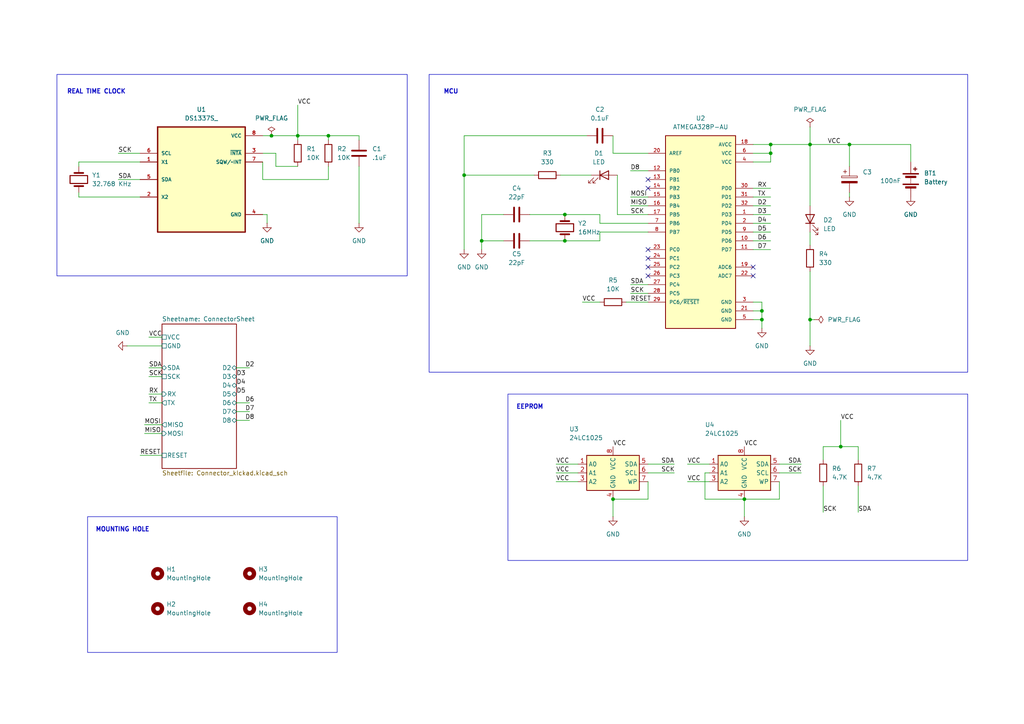
<source format=kicad_sch>
(kicad_sch (version 20231120) (generator "eeschema") (generator_version "8.0")
  (paper "A4")
  (title_block (title "${project_name}") (date "2024-09-24") (company "Nlogoz"))
  (lib_symbols
    (symbol "ATMEGA328P-AU:ATMEGA328P-AU" (pin_names (offset 1.016))
      (property "Reference" "U2" (at 0 33.02 0))
      (property "Value" "ATMEGA328P-AU" (at 0 30.48 0))
      (symbol "ATMEGA328P-AU_0_0"
        (rectangle (start -10.16 -27.94) (end 10.16 27.94) (stroke (width 0.254)) (fill (type background)))
        (pin bidirectional line (at 15.24 5.08 180) (length 5.08) (name "PD3") (number "1"))
        (pin bidirectional line (at 15.24 -2.54 180) (length 5.08) (name "PD6") (number "10"))
        (pin bidirectional line (at 15.24 -5.08 180) (length 5.08) (name "PD7") (number "11"))
        (pin bidirectional line (at -15.24 17.78 0) (length 5.08) (name "PB0") (number "12"))
        (pin bidirectional line (at -15.24 15.24 0) (length 5.08) (name "PB1") (number "13"))
        (pin bidirectional line (at -15.24 12.7 0) (length 5.08) (name "PB2") (number "14"))
        (pin bidirectional line (at -15.24 10.16 0) (length 5.08) (name "PB3") (number "15"))
        (pin bidirectional line (at -15.24 7.62 0) (length 5.08) (name "PB4") (number "16"))
        (pin bidirectional line (at -15.24 5.08 0) (length 5.08) (name "PB5") (number "17"))
        (pin power_in line (at 15.24 25.4 180) (length 5.08) (name "AVCC") (number "18"))
        (pin bidirectional line (at 15.24 -10.16 180) (length 5.08) (name "ADC6") (number "19"))
        (pin bidirectional line (at 15.24 2.54 180) (length 5.08) (name "PD4") (number "2"))
        (pin input line (at -15.24 22.86 0) (length 5.08) (name "AREF") (number "20"))
        (pin power_in line (at 15.24 -22.86 180) (length 5.08) (name "GND") (number "21"))
        (pin bidirectional line (at 15.24 -12.7 180) (length 5.08) (name "ADC7") (number "22"))
        (pin bidirectional line (at -15.24 -5.08 0) (length 5.08) (name "PC0") (number "23"))
        (pin bidirectional line (at -15.24 -7.62 0) (length 5.08) (name "PC1") (number "24"))
        (pin bidirectional line (at -15.24 -10.16 0) (length 5.08) (name "PC2") (number "25"))
        (pin bidirectional line (at -15.24 -12.7 0) (length 5.08) (name "PC3") (number "26"))
        (pin bidirectional line (at -15.24 -15.24 0) (length 5.08) (name "PC4") (number "27"))
        (pin bidirectional line (at -15.24 -17.78 0) (length 5.08) (name "PC5") (number "28"))
        (pin bidirectional line (at -15.24 -20.32 0) (length 5.08) (name "PC6/~{RESET}") (number "29"))
        (pin power_in line (at 15.24 -20.32 180) (length 5.08) (name "GND") (number "3"))
        (pin bidirectional line (at 15.24 12.7 180) (length 5.08) (name "PD0") (number "30"))
        (pin bidirectional line (at 15.24 10.16 180) (length 5.08) (name "PD1") (number "31"))
        (pin bidirectional line (at 15.24 7.62 180) (length 5.08) (name "PD2") (number "32"))
        (pin power_in line (at 15.24 20.32 180) (length 5.08) (name "VCC") (number "4"))
        (pin power_in line (at 15.24 -25.4 180) (length 5.08) (name "GND") (number "5"))
        (pin power_in line (at 15.24 22.86 180) (length 5.08) (name "VCC") (number "6"))
        (pin bidirectional line (at -15.24 2.54 0) (length 5.08) (name "PB6") (number "7"))
        (pin bidirectional line (at -15.24 0 0) (length 5.08) (name "PB7") (number "8"))
        (pin bidirectional line (at 15.24 0 180) (length 5.08) (name "PD5") (number "9"))
      )
    )
    (symbol "DS1337S_:DS1337S_" (pin_names (offset 1.016))
      (property "Reference" "U" (at -12.7 16.24 0))
      (property "Value" "DS1337S_" (at -12.7 -19.24 0))
      (symbol "DS1337S__0_0"
        (rectangle (start -12.7 -15.24) (end 12.7 15.24) (stroke (width 0.41)) (fill (type background)))
        (pin input line (at -17.78 5.08 0) (length 5.08) (name "X1") (number "1"))
        (pin bidirectional line (at -17.78 -5.08 0) (length 5.08) (name "X2") (number "2"))
        (pin output line (at 17.78 7.62 180) (length 5.08) (name "~{INTA}") (number "3"))
        (pin power_in line (at 17.78 -10.16 180) (length 5.08) (name "GND") (number "4"))
        (pin bidirectional line (at -17.78 0 0) (length 5.08) (name "SDA") (number "5"))
        (pin input line (at -17.78 7.62 0) (length 5.08) (name "SCL") (number "6"))
        (pin output line (at 17.78 5.08 180) (length 5.08) (name "SQW/~INT") (number "7"))
        (pin power_in line (at 17.78 12.7 180) (length 5.08) (name "VCC") (number "8"))
      )
    )
    (symbol "Device:Battery" (pin_numbers hide) (pin_names (offset 0) hide)
      (property "Reference" "BT" (at 2.54 2.54 0))
      (property "Value" "Battery" (at 2.54 0 0))
      (symbol "Battery_0_1"
        (rectangle (start -2.286 -1.27) (end 2.286 -1.524) (fill (type outline)))
        (rectangle (start -2.286 1.778) (end 2.286 1.524) (fill (type outline)))
        (rectangle (start -1.524 -2.032) (end 1.524 -2.54) (fill (type outline)))
        (rectangle (start -1.524 1.016) (end 1.524 0.508) (fill (type outline)))
        (polyline (pts (xy 0 -1.016) (xy 0 -0.762)))
        (polyline (pts (xy 0 -0.508) (xy 0 -0.254)))
        (polyline (pts (xy 0 0) (xy 0 0.254)))
        (polyline (pts (xy 0 1.778) (xy 0 2.54)))
        (polyline (pts (xy 0.762 3.048) (xy 1.778 3.048)) (stroke (width 0.254)))
        (polyline (pts (xy 1.27 3.556) (xy 1.27 2.54)) (stroke (width 0.254)))
      )
      (symbol "Battery_1_1"
        (pin passive line (at 0 5.08 270) (length 2.54) (name "+") (number "1"))
        (pin passive line (at 0 -5.08 90) (length 2.54) (name "-") (number "2"))
      )
    )
    (symbol "Device:C" (pin_numbers hide) (pin_names (offset 0.254))
      (property "Reference" "C" (at 0.635 2.54 0))
      (property "Value" "C" (at 0.635 -2.54 0))
      (symbol "C_0_1"
        (polyline (pts (xy -2.032 -0.762) (xy 2.032 -0.762)) (stroke (width 0.508)))
        (polyline (pts (xy -2.032 0.762) (xy 2.032 0.762)) (stroke (width 0.508)))
      )
      (symbol "C_1_1"
        (pin passive line (at 0 3.81 270) (length 2.794) (name "~") (number "1"))
        (pin passive line (at 0 -3.81 90) (length 2.794) (name "~") (number "2"))
      )
    )
    (symbol "Device:C_Polarized" (pin_numbers hide) (pin_names (offset 0.254))
      (property "Reference" "C" (at 0.635 2.54 0))
      (property "Value" "C_Polarized" (at 0.635 -2.54 0))
      (symbol "C_Polarized_0_1"
        (rectangle (start -2.286 0.508) (end 2.286 1.016))
        (polyline (pts (xy -1.778 2.286) (xy -0.762 2.286)))
        (polyline (pts (xy -1.27 2.794) (xy -1.27 1.778)))
        (rectangle (start 2.286 -0.508) (end -2.286 -1.016) (fill (type outline)))
      )
      (symbol "C_Polarized_1_1"
        (pin passive line (at 0 3.81 270) (length 2.794) (name "~") (number "1"))
        (pin passive line (at 0 -3.81 90) (length 2.794) (name "~") (number "2"))
      )
    )
    (symbol "Device:Crystal" (pin_numbers hide) (pin_names (offset 1.016) hide)
      (property "Reference" "Y" (at 0 3.81 0))
      (property "Value" "Crystal" (at 0 -3.81 0))
      (symbol "Crystal_0_1"
        (rectangle (start -1.143 2.54) (end 1.143 -2.54) (stroke (width 0.3048)))
        (polyline (pts (xy -2.54 0) (xy -1.905 0)))
        (polyline (pts (xy -1.905 -1.27) (xy -1.905 1.27)) (stroke (width 0.508)))
        (polyline (pts (xy 1.905 -1.27) (xy 1.905 1.27)) (stroke (width 0.508)))
        (polyline (pts (xy 2.54 0) (xy 1.905 0)))
      )
      (symbol "Crystal_1_1"
        (pin passive line (at -3.81 0 0) (length 1.27) (name "1") (number "1"))
        (pin passive line (at 3.81 0 180) (length 1.27) (name "2") (number "2"))
      )
    )
    (symbol "Device:R" (pin_numbers hide) (pin_names (offset 0))
      (property "Reference" "R" (at 2.032 0 90))
      (property "Value" "R" (at 0 0 90))
      (symbol "R_0_1"
        (rectangle (start -1.016 -2.54) (end 1.016 2.54) (stroke (width 0.254)))
      )
      (symbol "R_1_1"
        (pin passive line (at 0 3.81 270) (length 1.27) (name "~") (number "1"))
        (pin passive line (at 0 -3.81 90) (length 1.27) (name "~") (number "2"))
      )
    )
    (symbol "Mechanical:MountingHole" (pin_names (offset 1.016)) (exclude_from_sim yes) (in_bom no)
      (property "Reference" "H" (at 0 5.08 0))
      (property "Value" "MountingHole" (at 0 3.175 0))
      (symbol "MountingHole_0_1"
        (circle (center 0 0) (radius 1.27) (stroke (width 1.27)))
      )
    )
    (symbol "Memory_EEPROM:24LC1025"
      (property "Reference" "U" (at -6.35 6.35 0))
      (property "Value" "24LC1025" (at 1.27 6.35 0))
      (symbol "24LC1025_1_1"
        (rectangle (start -7.62 5.08) (end 7.62 -5.08) (stroke (width 0.254)) (fill (type background)))
        (pin input line (at -10.16 2.54 0) (length 2.54) (name "A0") (number "1"))
        (pin input line (at -10.16 0 0) (length 2.54) (name "A1") (number "2"))
        (pin input line (at -10.16 -2.54 0) (length 2.54) (name "A2") (number "3"))
        (pin power_in line (at 0 -7.62 90) (length 2.54) (name "GND") (number "4"))
        (pin bidirectional line (at 10.16 2.54 180) (length 2.54) (name "SDA") (number "5"))
        (pin input line (at 10.16 0 180) (length 2.54) (name "SCL") (number "6"))
        (pin input line (at 10.16 -2.54 180) (length 2.54) (name "WP") (number "7"))
        (pin power_in line (at 0 7.62 270) (length 2.54) (name "VCC") (number "8"))
      )
    )
    (symbol "SparkFun-LED:LED" (pin_numbers hide) (pin_names (offset 1.016) hide)
      (property "Reference" "D" (at 0 2.54 0))
      (property "Value" "LED" (at 0 -2.54 0))
      (symbol "LED_0_1"
        (polyline (pts (xy -1.27 -1.27) (xy -1.27 1.27)) (stroke (width 0.254)))
        (polyline (pts (xy -1.27 0) (xy 1.27 0)))
        (polyline (pts (xy 1.27 -1.27) (xy 1.27 1.27) (xy -1.27 0) (xy 1.27 -1.27)) (stroke (width 0.254)))
        (polyline (pts (xy -3.048 -0.762) (xy -4.572 -2.286) (xy -3.81 -2.286) (xy -4.572 -2.286) (xy -4.572 -1.524)))
        (polyline (pts (xy -1.778 -0.762) (xy -3.302 -2.286) (xy -2.54 -2.286) (xy -3.302 -2.286) (xy -3.302 -1.524)))
      )
      (symbol "LED_1_1"
        (pin passive line (at -3.81 0 0) (length 2.54) (name "K") (number "1"))
        (pin passive line (at 3.81 0 180) (length 2.54) (name "A") (number "2"))
      )
    )
    (symbol "power:GND" (power) (pin_numbers hide) (pin_names (offset 0) hide)
      (property "Value" "GND" (at 0 -3.81 0))
      (symbol "GND_0_1"
        (polyline (pts (xy 0 0) (xy 0 -1.27) (xy 1.27 -1.27) (xy 0 -2.54) (xy -1.27 -1.27) (xy 0 -1.27)))
      )
      (symbol "GND_1_1"
        (pin power_in line (at 0 0 270) (length 0) (name "~") (number "1"))
      )
    )
    (symbol "power:PWR_FLAG" (power) (pin_numbers hide) (pin_names (offset 0) hide)
      (property "Value" "PWR_FLAG" (at 0 3.81 0))
      (symbol "PWR_FLAG_0_0"
        (pin power_out line (at 0 0 90) (length 0) (name "~") (number "1"))
      )
      (symbol "PWR_FLAG_0_1"
        (polyline (pts (xy 0 0) (xy 0 1.27) (xy -1.016 1.905) (xy 0 2.54) (xy 1.016 1.905) (xy 0 1.27)))
      )
    )
  )
  (junction (at 223.52 44.45))
  (junction (at 243.84 129.54))
  (junction (at 223.52 41.91))
  (junction (at 215.9 144.78))
  (junction (at 139.7 69.85))
  (junction (at 246.38 41.91))
  (junction (at 163.83 62.23))
  (junction (at 95.25 39.37))
  (junction (at 163.83 69.85))
  (junction (at 234.95 41.91))
  (junction (at 234.95 92.71))
  (junction (at 78.74 39.37))
  (junction (at 86.36 39.37))
  (junction (at 220.98 90.17))
  (junction (at 220.98 92.71))
  (junction (at 134.62 50.8))
  (junction (at 177.8 144.78))
  (no_connect (at 187.96 52.07))
  (no_connect (at 187.96 80.01))
  (no_connect (at 218.44 80.01))
  (no_connect (at 187.96 72.39))
  (no_connect (at 187.96 77.47))
  (no_connect (at 218.44 77.47))
  (no_connect (at 187.96 74.93))
  (no_connect (at 187.96 54.61))
  (wire (pts (xy 154.94 50.8) (xy 134.62 50.8)))
  (wire (pts (xy 162.56 50.8) (xy 171.45 50.8)))
  (wire (pts (xy 182.88 59.69) (xy 187.96 59.69)))
  (wire (pts (xy 161.29 139.7) (xy 167.64 139.7)))
  (wire (pts (xy 187.96 144.78) (xy 177.8 144.78)))
  (wire (pts (xy 218.44 41.91) (xy 223.52 41.91)))
  (wire (pts (xy 86.36 39.37) (xy 86.36 40.64)))
  (wire (pts (xy 243.84 121.92) (xy 243.84 129.54)))
  (wire (pts (xy 95.25 39.37) (xy 104.14 39.37)))
  (wire (pts (xy 218.44 64.77) (xy 223.52 64.77)))
  (wire (pts (xy 205.74 137.16) (xy 204.47 137.16)))
  (wire (pts (xy 182.88 82.55) (xy 187.96 82.55)))
  (wire (pts (xy 204.47 144.78) (xy 215.9 144.78)))
  (wire (pts (xy 76.2 39.37) (xy 78.74 39.37)))
  (wire (pts (xy 86.36 39.37) (xy 95.25 39.37)))
  (wire (pts (xy 78.74 39.37) (xy 86.36 39.37)))
  (wire (pts (xy 41.91 125.73) (xy 46.99 125.73)))
  (wire (pts (xy 22.86 46.99) (xy 40.64 46.99)))
  (wire (pts (xy 226.06 134.62) (xy 232.41 134.62)))
  (wire (pts (xy 95.25 52.07) (xy 95.25 48.26)))
  (wire (pts (xy 134.62 39.37) (xy 134.62 50.8)))
  (wire (pts (xy 187.96 44.45) (xy 177.8 44.45)))
  (wire (pts (xy 146.05 69.85) (xy 139.7 69.85)))
  (wire (pts (xy 218.44 57.15) (xy 223.52 57.15)))
  (wire (pts (xy 134.62 50.8) (xy 134.62 72.39)))
  (wire (pts (xy 76.2 46.99) (xy 76.2 52.07)))
  (wire (pts (xy 234.95 36.83) (xy 234.95 41.91)))
  (wire (pts (xy 22.86 57.15) (xy 40.64 57.15)))
  (wire (pts (xy 22.86 57.15) (xy 22.86 55.88)))
  (wire (pts (xy 22.86 46.99) (xy 22.86 48.26)))
  (wire (pts (xy 218.44 59.69) (xy 223.52 59.69)))
  (wire (pts (xy 43.18 114.3) (xy 46.99 114.3)))
  (wire (pts (xy 173.99 62.23) (xy 163.83 62.23)))
  (wire (pts (xy 181.61 87.63) (xy 187.96 87.63)))
  (wire (pts (xy 187.96 137.16) (xy 195.58 137.16)))
  (wire (pts (xy 199.39 139.7) (xy 205.74 139.7)))
  (wire (pts (xy 68.58 121.92) (xy 72.39 121.92)))
  (wire (pts (xy 43.18 106.68) (xy 46.99 106.68)))
  (wire (pts (xy 153.67 69.85) (xy 163.83 69.85)))
  (wire (pts (xy 34.29 52.07) (xy 40.64 52.07)))
  (wire (pts (xy 234.95 92.71) (xy 236.22 92.71)))
  (wire (pts (xy 34.29 44.45) (xy 40.64 44.45)))
  (wire (pts (xy 43.18 109.22) (xy 46.99 109.22)))
  (wire (pts (xy 104.14 39.37) (xy 104.14 40.64)))
  (wire (pts (xy 223.52 41.91) (xy 234.95 41.91)))
  (wire (pts (xy 234.95 78.74) (xy 234.95 92.71)))
  (wire (pts (xy 170.18 39.37) (xy 134.62 39.37)))
  (wire (pts (xy 187.96 134.62) (xy 195.58 134.62)))
  (wire (pts (xy 77.47 62.23) (xy 77.47 64.77)))
  (wire (pts (xy 220.98 95.25) (xy 220.98 92.71)))
  (wire (pts (xy 68.58 106.68) (xy 72.39 106.68)))
  (wire (pts (xy 220.98 90.17) (xy 220.98 92.71)))
  (wire (pts (xy 243.84 129.54) (xy 248.92 129.54)))
  (wire (pts (xy 218.44 72.39) (xy 223.52 72.39)))
  (wire (pts (xy 182.88 57.15) (xy 187.96 57.15)))
  (wire (pts (xy 204.47 137.16) (xy 204.47 144.78)))
  (wire (pts (xy 234.95 41.91) (xy 246.38 41.91)))
  (wire (pts (xy 40.64 132.08) (xy 46.99 132.08)))
  (wire (pts (xy 177.8 144.78) (xy 177.8 149.86)))
  (wire (pts (xy 226.06 137.16) (xy 232.41 137.16)))
  (wire (pts (xy 76.2 44.45) (xy 80.01 44.45)))
  (wire (pts (xy 248.92 140.97) (xy 248.92 148.59)))
  (wire (pts (xy 218.44 62.23) (xy 223.52 62.23)))
  (wire (pts (xy 80.01 48.26) (xy 86.36 48.26)))
  (wire (pts (xy 238.76 140.97) (xy 238.76 148.59)))
  (wire (pts (xy 248.92 129.54) (xy 248.92 133.35)))
  (wire (pts (xy 218.44 54.61) (xy 223.52 54.61)))
  (wire (pts (xy 168.91 87.63) (xy 173.99 87.63)))
  (wire (pts (xy 173.99 69.85) (xy 173.99 67.31)))
  (wire (pts (xy 218.44 44.45) (xy 223.52 44.45)))
  (wire (pts (xy 187.96 62.23) (xy 179.07 62.23)))
  (wire (pts (xy 104.14 48.26) (xy 104.14 64.77)))
  (wire (pts (xy 246.38 57.15) (xy 246.38 55.88)))
  (wire (pts (xy 218.44 87.63) (xy 220.98 87.63)))
  (wire (pts (xy 86.36 30.48) (xy 86.36 39.37)))
  (wire (pts (xy 220.98 87.63) (xy 220.98 90.17)))
  (wire (pts (xy 199.39 134.62) (xy 205.74 134.62)))
  (wire (pts (xy 139.7 69.85) (xy 139.7 72.39)))
  (wire (pts (xy 238.76 129.54) (xy 243.84 129.54)))
  (wire (pts (xy 173.99 67.31) (xy 187.96 67.31)))
  (wire (pts (xy 36.83 100.33) (xy 46.99 100.33)))
  (wire (pts (xy 80.01 44.45) (xy 80.01 48.26)))
  (wire (pts (xy 153.67 62.23) (xy 163.83 62.23)))
  (wire (pts (xy 234.95 41.91) (xy 234.95 59.69)))
  (wire (pts (xy 163.83 69.85) (xy 173.99 69.85)))
  (wire (pts (xy 264.16 41.91) (xy 264.16 46.99)))
  (wire (pts (xy 215.9 144.78) (xy 215.9 149.86)))
  (wire (pts (xy 43.18 116.84) (xy 46.99 116.84)))
  (wire (pts (xy 234.95 67.31) (xy 234.95 71.12)))
  (wire (pts (xy 246.38 41.91) (xy 264.16 41.91)))
  (wire (pts (xy 226.06 139.7) (xy 226.06 144.78)))
  (wire (pts (xy 218.44 69.85) (xy 223.52 69.85)))
  (wire (pts (xy 220.98 92.71) (xy 218.44 92.71)))
  (wire (pts (xy 226.06 144.78) (xy 215.9 144.78)))
  (wire (pts (xy 218.44 46.99) (xy 223.52 46.99)))
  (wire (pts (xy 76.2 62.23) (xy 77.47 62.23)))
  (wire (pts (xy 95.25 39.37) (xy 95.25 40.64)))
  (wire (pts (xy 187.96 64.77) (xy 173.99 64.77)))
  (wire (pts (xy 218.44 90.17) (xy 220.98 90.17)))
  (wire (pts (xy 68.58 116.84) (xy 72.39 116.84)))
  (wire (pts (xy 68.58 119.38) (xy 72.39 119.38)))
  (wire (pts (xy 182.88 49.53) (xy 187.96 49.53)))
  (wire (pts (xy 76.2 52.07) (xy 95.25 52.07)))
  (wire (pts (xy 238.76 133.35) (xy 238.76 129.54)))
  (wire (pts (xy 43.18 97.79) (xy 46.99 97.79)))
  (wire (pts (xy 177.8 44.45) (xy 177.8 39.37)))
  (wire (pts (xy 161.29 134.62) (xy 167.64 134.62)))
  (wire (pts (xy 234.95 92.71) (xy 234.95 100.33)))
  (wire (pts (xy 173.99 64.77) (xy 173.99 62.23)))
  (wire (pts (xy 161.29 137.16) (xy 167.64 137.16)))
  (wire (pts (xy 218.44 67.31) (xy 223.52 67.31)))
  (wire (pts (xy 146.05 62.23) (xy 139.7 62.23)))
  (wire (pts (xy 179.07 62.23) (xy 179.07 50.8)))
  (wire (pts (xy 139.7 62.23) (xy 139.7 69.85)))
  (wire (pts (xy 182.88 85.09) (xy 187.96 85.09)))
  (wire (pts (xy 41.91 123.19) (xy 46.99 123.19)))
  (wire (pts (xy 246.38 41.91) (xy 246.38 48.26)))
  (wire (pts (xy 223.52 44.45) (xy 223.52 46.99)))
  (wire (pts (xy 187.96 139.7) (xy 187.96 144.78)))
  (wire (pts (xy 223.52 41.91) (xy 223.52 44.45)))
  (rectangle (start 25.4 149.86) (end 97.79 189.23))
  (rectangle (start 16.51 21.59) (end 118.11 80.01))
  (rectangle (start 147.32 114.3) (end 280.67 162.56))
  (rectangle (start 124.46 21.59) (end 280.67 107.95))
  (text "MOUNTING HOLE" (at 35.56 153.67 0) (effects (font (size 1.27 1.27) (thickness 0.254) (bold yes))))
  (text "EEPROM" (at 153.67 118.11 0) (effects (font (size 1.27 1.27) (thickness 0.254) (bold yes))))
  (text "REAL TIME CLOCK" (at 27.94 26.67 0) (effects (font (size 1.27 1.27) (thickness 0.254) (bold yes))))
  (text "MCU\n" (at 130.81 26.67 0) (effects (font (size 1.27 1.27) (thickness 0.254) (bold yes))))
  (label "SCK" (at 228.6 137.16 0))
  (label "D6" (at 219.71 69.85 0))
  (label "D8" (at 182.88 49.53 0))
  (label "MISO" (at 41.91 125.73 0))
  (label "RESET" (at 182.88 87.63 0))
  (label "D3" (at 68.58 109.22 0))
  (label "SDA" (at 248.92 148.59 0))
  (label "VCC" (at 161.29 139.7 0))
  (label "SDA" (at 34.29 52.07 0))
  (label "VCC" (at 240.03 41.91 0))
  (label "D4" (at 68.58 111.76 0))
  (label "SDA" (at 182.88 82.55 0))
  (label "VCC" (at 168.91 87.63 0))
  (label "SCK" (at 191.77 137.16 0))
  (label "VCC" (at 177.8 129.54 0))
  (label "SDA" (at 228.6 134.62 0))
  (label "D6" (at 71.12 116.84 0))
  (label "VCC" (at 199.39 139.7 0))
  (label "SDA" (at 43.18 106.68 0))
  (label "TX" (at 219.71 57.15 0))
  (label "VCC" (at 86.36 30.48 0))
  (label "D4" (at 219.71 64.77 0))
  (label "SCK" (at 238.76 148.59 0))
  (label "VCC" (at 243.84 121.92 0))
  (label "D7" (at 219.71 72.39 0))
  (label "VCC" (at 215.9 129.54 0))
  (label "D2" (at 219.71 59.69 0))
  (label "MOSI" (at 41.91 123.19 0))
  (label "TX" (at 43.18 116.84 0))
  (label "D5" (at 219.71 67.31 0))
  (label "D8" (at 71.12 121.92 0))
  (label "MOSI" (at 182.88 57.15 0))
  (label "RESET" (at 40.64 132.08 0))
  (label "RX" (at 43.18 114.3 0))
  (label "D2" (at 71.12 106.68 0))
  (label "SCK" (at 34.29 44.45 0))
  (label "SCK" (at 182.88 85.09 0))
  (label "D7" (at 71.12 119.38 0))
  (label "VCC" (at 161.29 137.16 0))
  (label "D5" (at 68.58 114.3 0))
  (label "SCK" (at 182.88 62.23 0))
  (label "VCC" (at 199.39 134.62 0))
  (label "D3" (at 219.71 62.23 0))
  (label "MISO" (at 182.88 59.69 0))
  (label "VCC" (at 161.29 134.62 0))
  (label "RX" (at 219.71 54.61 0))
  (label "VCC" (at 43.18 97.79 0))
  (label "SDA" (at 191.77 134.62 0))
  (label "SCK" (at 43.18 109.22 0))
  (symbol (lib_id "power:GND") (at 177.8 149.86 0) (unit 1)
    (property "Reference" "#PWR011" (effects (hide yes)))
    (property "Value" "GND" (at 177.8 154.94 0))
    (property "Description" "Power symbol creates a global label with name \"GND\" , ground" (effects (hide yes)))
  )
  (symbol (lib_id "power:GND") (at 220.98 95.25 0) (unit 1)
    (property "Reference" "#PWR07" (effects (hide yes)))
    (property "Value" "GND" (at 220.98 100.33 0))
    (property "Description" "Power symbol creates a global label with name \"GND\" , ground" (effects (hide yes)))
  )
  (symbol (lib_id "SparkFun-LED:LED") (at 234.95 63.5 90) (unit 1)
    (property "Reference" "D2" (at 238.76 63.8174 90) (effects (justify right)))
    (property "Value" "LED" (at 238.76 66.3574 90) (effects (justify right)))
    (property "Footprint" "LED_SMD:LED_0805_2012Metric" (effects (hide yes)))
    (property "Description" "Light emitting diode" (effects (hide yes)))
    (property "PROD_ID" "LED-" (effects (hide yes)))
  )
  (symbol (lib_id "power:GND") (at 104.14 64.77 0) (unit 1)
    (property "Reference" "#PWR04" (effects (hide yes)))
    (property "Value" "GND" (at 104.14 69.85 0))
    (property "Description" "Power symbol creates a global label with name \"GND\" , ground" (effects (hide yes)))
  )
  (symbol (lib_id "power:GND") (at 36.83 100.33 270) (unit 1)
    (property "Reference" "#PWR09" (effects (hide yes)))
    (property "Value" "GND" (at 35.56 96.52 90))
    (property "Description" "Power symbol creates a global label with name \"GND\" , ground" (effects (hide yes)))
  )
  (symbol (lib_id "Mechanical:MountingHole") (at 72.39 176.53 0) (unit 1) (exclude_from_sim yes) (in_bom no)
    (property "Reference" "H4" (at 74.93 175.2599 0) (effects (justify left)))
    (property "Value" "MountingHole" (at 74.93 177.7999 0) (effects (justify left)))
    (property "Footprint" "MountingHole:MountingHole_2.1mm" (effects (hide yes)))
    (property "Description" "Mounting Hole without connection" (effects (hide yes)))
  )
  (symbol (lib_id "DS1337S_:DS1337S_") (at 58.42 52.07 0) (unit 1)
    (property "Reference" "U1" (at 58.42 31.75 0))
    (property "Value" "DS1337S_" (at 58.42 34.29 0))
    (property "Footprint" "DS1337S_:SOIC127P600X175-8N" (effects (hide yes)))
    (property "MF" "Maxim Integrated Products" (effects (hide yes)))
    (property "Description_1" "\nReal Time Clock (RTC) IC Clock/Calendar I2C, 2-Wire Serial 8-SOIC (0.154, 3.90mm Width)\n" (effects (hide yes)))
    (property "Package" "None" (effects (hide yes)))
    (property "Price" "None" (effects (hide yes)))
    (property "SnapEDA_Link" "https://www.snapeda.com/parts/DS1337S+/Analog+Devices/view-part/?ref=snap" (effects (hide yes)))
    (property "MP" "DS1337S+" (effects (hide yes)))
    (property "Availability" "In Stock" (effects (hide yes)))
    (property "Check_prices" "https://www.snapeda.com/parts/DS1337S+/Analog+Devices/view-part/?ref=eda" (effects (hide yes)))
  )
  (symbol (lib_id "power:GND") (at 264.16 57.15 0) (unit 1)
    (property "Reference" "#PWR02" (effects (hide yes)))
    (property "Value" "GND" (at 264.16 62.23 0))
    (property "Description" "Power symbol creates a global label with name \"GND\" , ground" (effects (hide yes)))
  )
  (symbol (lib_id "power:PWR_FLAG") (at 234.95 36.83 0) (unit 1)
    (property "Reference" "#FLG01" (effects (hide yes)))
    (property "Value" "PWR_FLAG" (at 234.95 31.75 0))
    (property "Description" "Special symbol for telling ERC where power comes from" (effects (hide yes)))
  )
  (symbol (lib_id "Device:R") (at 234.95 74.93 0) (unit 1)
    (property "Reference" "R4" (at 237.49 73.6599 0) (effects (justify left)))
    (property "Value" "330" (at 237.49 76.1999 0) (effects (justify left)))
    (property "Footprint" "Resistor_SMD:R_0805_2012Metric" (effects (hide yes)))
    (property "Description" "Resistor" (effects (hide yes)))
  )
  (symbol (lib_id "Memory_EEPROM:24LC1025") (at 177.8 137.16 0) (unit 1)
    (property "Reference" "U3" (at 165.1 124.46 0) (effects (justify left)))
    (property "Value" "24LC1025" (at 165.1 127 0) (effects (justify left)))
    (property "Footprint" "Package_SO:SOIC-8_5.23x5.23mm_P1.27mm" (effects (hide yes)))
    (property "Datasheet" "http://ww1.microchip.com/downloads/en/DeviceDoc/21941B.pdf" (effects (hide yes)))
    (property "Description" "I2C Serial EEPROM, 1024Kb, DIP-8/SOIC-8/TSSOP-8/DFN-8" (effects (hide yes)))
  )
  (symbol (lib_id "power:GND") (at 134.62 72.39 0) (unit 1)
    (property "Reference" "#PWR05" (effects (hide yes)))
    (property "Value" "GND" (at 134.62 77.47 0))
    (property "Description" "Power symbol creates a global label with name \"GND\" , ground" (effects (hide yes)))
  )
  (symbol (lib_id "Device:R") (at 95.25 44.45 0) (unit 1)
    (property "Reference" "R2" (at 97.79 43.18 0) (effects (justify left)))
    (property "Value" "10K" (at 97.79 45.72 0) (effects (justify left)))
    (property "Footprint" "Resistor_SMD:R_0805_2012Metric" (effects (hide yes)))
    (property "Description" "Resistor" (effects (hide yes)))
  )
  (symbol (lib_id "power:PWR_FLAG") (at 78.74 39.37 0) (unit 1)
    (property "Reference" "#FLG03" (effects (hide yes)))
    (property "Value" "PWR_FLAG" (at 78.74 34.29 0))
    (property "Description" "Special symbol for telling ERC where power comes from" (effects (hide yes)))
  )
  (symbol (lib_id "Mechanical:MountingHole") (at 72.39 166.37 0) (unit 1) (exclude_from_sim yes) (in_bom no)
    (property "Reference" "H3" (at 74.93 165.0999 0) (effects (justify left)))
    (property "Value" "MountingHole" (at 74.93 167.6399 0) (effects (justify left)))
    (property "Footprint" "MountingHole:MountingHole_2.1mm" (effects (hide yes)))
    (property "Description" "Mounting Hole without connection" (effects (hide yes)))
  )
  (symbol (lib_id "Device:C") (at 149.86 62.23 270) (unit 1)
    (property "Reference" "C4" (at 149.86 54.61 90))
    (property "Value" "22pF" (at 149.86 57.15 90))
    (property "Footprint" "Capacitor_SMD:C_0805_2012Metric" (effects (hide yes)))
    (property "Description" "Unpolarized capacitor" (effects (hide yes)))
  )
  (symbol (lib_id "power:GND") (at 246.38 57.15 0) (unit 1)
    (property "Reference" "#PWR01" (effects (hide yes)))
    (property "Value" "GND" (at 246.38 62.23 0))
    (property "Description" "Power symbol creates a global label with name \"GND\" , ground" (effects (hide yes)))
  )
  (symbol (lib_id "Memory_EEPROM:24LC1025") (at 215.9 137.16 0) (unit 1)
    (property "Reference" "U4" (at 204.47 123.19 0) (effects (justify left)))
    (property "Value" "24LC1025" (at 204.47 125.73 0) (effects (justify left)))
    (property "Footprint" "Package_SO:SOIC-8_5.23x5.23mm_P1.27mm" (effects (hide yes)))
    (property "Datasheet" "http://ww1.microchip.com/downloads/en/DeviceDoc/21941B.pdf" (effects (hide yes)))
    (property "Description" "I2C Serial EEPROM, 1024Kb, DIP-8/SOIC-8/TSSOP-8/DFN-8" (effects (hide yes)))
  )
  (symbol (lib_id "Device:Crystal") (at 22.86 52.07 270) (unit 1)
    (property "Reference" "Y1" (at 26.67 50.8 90) (effects (justify left)))
    (property "Value" "32.768 KHz" (at 26.67 53.34 90) (effects (justify left)))
    (property "Footprint" "Crystal:Crystal_SMD_5032-2Pin_5.0x3.2mm_HandSoldering" (effects (hide yes)))
    (property "Description" "Two pin crystal" (effects (hide yes)))
  )
  (symbol (lib_id "Device:C") (at 104.14 44.45 0) (unit 1)
    (property "Reference" "C1" (at 107.95 43.1799 0) (effects (justify left)))
    (property "Value" ".1uF" (at 107.95 45.7199 0) (effects (justify left)))
    (property "Footprint" "Capacitor_SMD:C_0805_2012Metric" (effects (hide yes)))
    (property "Description" "Unpolarized capacitor" (effects (hide yes)))
  )
  (symbol (lib_id "Device:R") (at 177.8 87.63 90) (unit 1)
    (property "Reference" "R5" (at 177.8 81.28 90))
    (property "Value" "10K" (at 177.8 83.82 90))
    (property "Footprint" "Resistor_SMD:R_0805_2012Metric" (effects (hide yes)))
    (property "Description" "Resistor" (effects (hide yes)))
  )
  (symbol (lib_id "power:GND") (at 215.9 149.86 0) (unit 1)
    (property "Reference" "#PWR012" (effects (hide yes)))
    (property "Value" "GND" (at 215.9 154.94 0))
    (property "Description" "Power symbol creates a global label with name \"GND\" , ground" (effects (hide yes)))
  )
  (symbol (lib_id "Device:Battery") (at 264.16 52.07 0) (unit 1)
    (property "Reference" "BT1" (at 267.97 50.2284 0) (effects (justify left)))
    (property "Value" "Battery" (at 267.97 52.7684 0) (effects (justify left)))
    (property "Footprint" "Connector_PinHeader_2.54mm:PinHeader_1x02_P2.54mm_Vertical" (effects (hide yes)))
    (property "Description" "Multiple-cell battery" (effects (hide yes)))
  )
  (symbol (lib_id "Device:R") (at 248.92 137.16 0) (unit 1)
    (property "Reference" "R7" (at 251.46 135.8899 0) (effects (justify left)))
    (property "Value" "4.7K" (at 251.46 138.4299 0) (effects (justify left)))
    (property "Footprint" "Resistor_SMD:R_0805_2012Metric" (effects (hide yes)))
    (property "Description" "Resistor" (effects (hide yes)))
  )
  (symbol (lib_id "Device:C") (at 173.99 39.37 90) (unit 1)
    (property "Reference" "C2" (at 173.99 31.75 90))
    (property "Value" "0.1uF" (at 173.99 34.29 90))
    (property "Footprint" "Capacitor_SMD:C_0805_2012Metric" (effects (hide yes)))
    (property "Description" "Unpolarized capacitor" (effects (hide yes)))
  )
  (symbol (lib_id "Device:C") (at 149.86 69.85 270) (unit 1)
    (property "Reference" "C5" (at 149.86 73.66 90))
    (property "Value" "22pF" (at 149.86 76.2 90))
    (property "Footprint" "Capacitor_SMD:C_0805_2012Metric" (effects (hide yes)))
    (property "Description" "Unpolarized capacitor" (effects (hide yes)))
  )
  (symbol (lib_id "Mechanical:MountingHole") (at 45.72 176.53 0) (unit 1) (exclude_from_sim yes) (in_bom no)
    (property "Reference" "H2" (at 48.26 175.2599 0) (effects (justify left)))
    (property "Value" "MountingHole" (at 48.26 177.7999 0) (effects (justify left)))
    (property "Footprint" "MountingHole:MountingHole_2.1mm" (effects (hide yes)))
    (property "Description" "Mounting Hole without connection" (effects (hide yes)))
  )
  (symbol (lib_id "SparkFun-LED:LED") (at 175.26 50.8 0) (unit 1)
    (property "Reference" "D1" (at 173.6725 44.45 0))
    (property "Value" "LED" (at 173.6725 46.99 0))
    (property "Footprint" "LED_SMD:LED_0805_2012Metric" (effects (hide yes)))
    (property "Description" "Light emitting diode" (effects (hide yes)))
    (property "PROD_ID" "LED-" (effects (hide yes)))
  )
  (symbol (lib_id "power:GND") (at 139.7 72.39 0) (unit 1)
    (property "Reference" "#PWR06" (effects (hide yes)))
    (property "Value" "GND" (at 139.7 77.47 0))
    (property "Description" "Power symbol creates a global label with name \"GND\" , ground" (effects (hide yes)))
  )
  (symbol (lib_id "Device:R") (at 86.36 44.45 0) (unit 1)
    (property "Reference" "R1" (at 88.9 43.1799 0) (effects (justify left)))
    (property "Value" "10K" (at 88.9 45.7199 0) (effects (justify left)))
    (property "Footprint" "Resistor_SMD:R_0805_2012Metric" (effects (hide yes)))
    (property "Description" "Resistor" (effects (hide yes)))
  )
  (symbol (lib_id "Device:R") (at 238.76 137.16 0) (unit 1)
    (property "Reference" "R6" (at 241.3 135.8899 0) (effects (justify left)))
    (property "Value" "4.7K" (at 241.3 138.4299 0) (effects (justify left)))
    (property "Footprint" "Resistor_SMD:R_0805_2012Metric" (effects (hide yes)))
    (property "Description" "Resistor" (effects (hide yes)))
  )
  (symbol (lib_id "ATMEGA328P-AU:ATMEGA328P-AU") (at 203.2 67.31 0) (unit 1)
    (property "Reference" "U2" (at 203.2 34.29 0))
    (property "Value" "ATMEGA328P-AU" (at 203.2 36.83 0))
    (property "Footprint" "ATMEGA328P-AU:QFP80P900X900X120-32N" (effects (hide yes)))
    (property "MF" "Microchip" (effects (hide yes)))
    (property "MAXIMUM_PACKAGE_HEIGHT" "1.20mm" (effects (hide yes)))
    (property "Package" "TQFP-32 Microchip" (effects (hide yes)))
    (property "Price" "None" (effects (hide yes)))
    (property "Check_prices" "https://www.snapeda.com/parts/ATMEGA328P-AU/Microchip/view-part/?ref=eda" (effects (hide yes)))
    (property "STANDARD" "IPC-7351B" (effects (hide yes)))
    (property "PARTREV" "8271A" (effects (hide yes)))
    (property "SnapEDA_Link" "https://www.snapeda.com/parts/ATMEGA328P-AU/Microchip/view-part/?ref=snap" (effects (hide yes)))
    (property "MP" "ATMEGA328P-AU" (effects (hide yes)))
    (property "Purchase-URL" "https://www.snapeda.com/api/url_track_click_mouser/?unipart_id=44280&manufacturer=Microchip&part_name=ATMEGA328P-AU&search_term=atmega328p-au" (effects (hide yes)))
    (property "Description_1" "\nAVR AVR® ATmega Microcontroller IC 8-Bit 20MHz 32KB (16K x 16) FLASH 32-TQFP (7x7)\n" (effects (hide yes)))
    (property "Availability" "In Stock" (effects (hide yes)))
    (property "MANUFACTURER" "Microchip" (effects (hide yes)))
  )
  (symbol (lib_id "Mechanical:MountingHole") (at 45.72 166.37 0) (unit 1) (exclude_from_sim yes) (in_bom no)
    (property "Reference" "H1" (at 48.26 165.0999 0) (effects (justify left)))
    (property "Value" "MountingHole" (at 48.26 167.6399 0) (effects (justify left)))
    (property "Footprint" "MountingHole:MountingHole_2.1mm" (effects (hide yes)))
    (property "Description" "Mounting Hole without connection" (effects (hide yes)))
  )
  (symbol (lib_id "Device:R") (at 158.75 50.8 90) (unit 1)
    (property "Reference" "R3" (at 158.75 44.45 90))
    (property "Value" "330" (at 158.75 46.99 90))
    (property "Footprint" "Resistor_SMD:R_0805_2012Metric" (effects (hide yes)))
    (property "Description" "Resistor" (effects (hide yes)))
  )
  (symbol (lib_id "Device:C_Polarized") (at 246.38 52.07 0) (unit 1)
    (property "Reference" "C3" (at 250.19 49.9109 0) (effects (justify left)))
    (property "Value" "100nF" (at 255.27 52.4509 0) (effects (justify left)))
    (property "Footprint" "Capacitor_SMD:C_0805_2012Metric" (effects (hide yes)))
    (property "Description" "Polarized capacitor" (effects (hide yes)))
  )
  (symbol (lib_id "Device:Crystal") (at 163.83 66.04 270) (unit 1)
    (property "Reference" "Y2" (at 167.64 64.7699 90) (effects (justify left)))
    (property "Value" "16MHz" (at 167.64 67.3099 90) (effects (justify left)))
    (property "Footprint" "Crystal:Crystal_SMD_5032-2Pin_5.0x3.2mm_HandSoldering" (effects (hide yes)))
    (property "Description" "Two pin crystal" (effects (hide yes)))
  )
  (symbol (lib_id "power:PWR_FLAG") (at 236.22 92.71 270) (unit 1)
    (property "Reference" "#FLG02" (effects (hide yes)))
    (property "Value" "PWR_FLAG" (at 240.03 92.7099 90) (effects (justify left)))
    (property "Description" "Special symbol for telling ERC where power comes from" (effects (hide yes)))
  )
  (symbol (lib_id "power:GND") (at 77.47 64.77 0) (unit 1)
    (property "Reference" "#PWR03" (effects (hide yes)))
    (property "Value" "GND" (at 77.47 69.85 0))
    (property "Description" "Power symbol creates a global label with name \"GND\" , ground" (effects (hide yes)))
  )
  (symbol (lib_id "power:GND") (at 234.95 100.33 0) (unit 1)
    (property "Reference" "#PWR08" (effects (hide yes)))
    (property "Value" "GND" (at 234.95 105.41 0))
    (property "Description" "Power symbol creates a global label with name \"GND\" , ground" (effects (hide yes)))
  )
  (sheet (at 46.99 93.98) (size 21.59 41.91) (stroke (width 0.1524))
    (property "Sheetname" "ConnectorSheet" (at 46.99 93.2684 0) (show_name yes) (effects (justify left bottom)))
    (property "Sheetfile" "Connector_kIckad.kicad_sch" (at 46.99 136.4746 0) (show_name yes) (effects (justify left top)))
    (pin "VCC" passive (at 46.99 97.79 180))
    (pin "SDA" bidirectional (at 46.99 106.68 180))
    (pin "GND" passive (at 46.99 100.33 180))
    (pin "SCK" passive (at 46.99 109.22 180))
    (pin "RX" input (at 46.99 114.3 180))
    (pin "TX" output (at 46.99 116.84 180))
    (pin "D4" bidirectional (at 68.58 111.76 0))
    (pin "D5" bidirectional (at 68.58 114.3 0))
    (pin "D3" bidirectional (at 68.58 109.22 0))
    (pin "D2" bidirectional (at 68.58 106.68 0))
    (pin "D6" bidirectional (at 68.58 116.84 0))
    (pin "D7" bidirectional (at 68.58 119.38 0))
    (pin "D8" bidirectional (at 68.58 121.92 0))
    (pin "RESET" passive (at 46.99 132.08 180))
    (pin "MISO" output (at 46.99 123.19 180))
    (pin "MOSI" input (at 46.99 125.73 180))
  )
)
</source>
